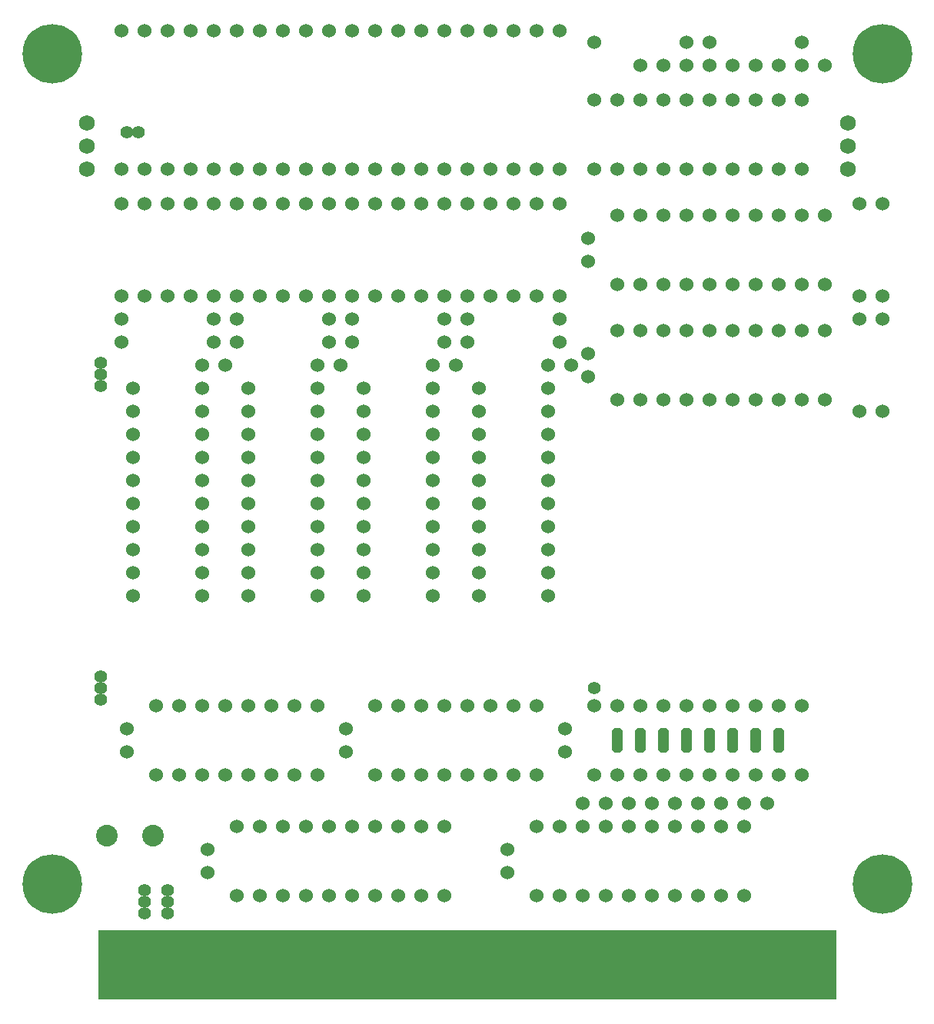
<source format=gbs>
G75*
G70*
%OFA0B0*%
%FSLAX24Y24*%
%IPPOS*%
%LPD*%
%AMOC8*
5,1,8,0,0,1.08239X$1,22.5*
%
%ADD10C,0.0320*%
%ADD11R,3.2000X0.3000*%
%ADD12C,0.0600*%
%ADD13C,0.0680*%
%ADD14C,0.0940*%
%ADD15C,0.2580*%
%ADD16C,0.0555*%
D10*
X026618Y010975D02*
X026743Y010975D01*
X026743Y011725D01*
X026618Y011725D01*
X026618Y010975D01*
X026618Y011063D02*
X026743Y011063D01*
X026743Y011381D02*
X026618Y011381D01*
X026618Y011700D02*
X026743Y011700D01*
X027618Y011700D02*
X027743Y011700D01*
X027743Y011725D02*
X027743Y010975D01*
X027618Y010975D01*
X027618Y011725D01*
X027743Y011725D01*
X027743Y011381D02*
X027618Y011381D01*
X027618Y011063D02*
X027743Y011063D01*
X028618Y011063D02*
X028743Y011063D01*
X028743Y010975D02*
X028618Y010975D01*
X028618Y011725D01*
X028743Y011725D01*
X028743Y010975D01*
X028743Y011381D02*
X028618Y011381D01*
X028618Y011700D02*
X028743Y011700D01*
X029618Y011700D02*
X029743Y011700D01*
X029743Y011725D02*
X029743Y010975D01*
X029618Y010975D01*
X029618Y011725D01*
X029743Y011725D01*
X029743Y011381D02*
X029618Y011381D01*
X029618Y011063D02*
X029743Y011063D01*
X030618Y011063D02*
X030743Y011063D01*
X030743Y010975D02*
X030618Y010975D01*
X030618Y011725D01*
X030743Y011725D01*
X030743Y010975D01*
X030743Y011381D02*
X030618Y011381D01*
X030618Y011700D02*
X030743Y011700D01*
X031618Y011700D02*
X031743Y011700D01*
X031743Y011725D02*
X031743Y010975D01*
X031618Y010975D01*
X031618Y011725D01*
X031743Y011725D01*
X031743Y011381D02*
X031618Y011381D01*
X031618Y011063D02*
X031743Y011063D01*
X032618Y011063D02*
X032743Y011063D01*
X032743Y010975D02*
X032618Y010975D01*
X032618Y011725D01*
X032743Y011725D01*
X032743Y010975D01*
X032743Y011381D02*
X032618Y011381D01*
X032618Y011700D02*
X032743Y011700D01*
X033618Y011700D02*
X033743Y011700D01*
X033743Y011725D02*
X033743Y010975D01*
X033618Y010975D01*
X033618Y011725D01*
X033743Y011725D01*
X033743Y011381D02*
X033618Y011381D01*
X033618Y011063D02*
X033743Y011063D01*
D11*
X020180Y001600D03*
D12*
X019180Y004600D03*
X018180Y004600D03*
X017180Y004600D03*
X016180Y004600D03*
X015180Y004600D03*
X014180Y004600D03*
X013180Y004600D03*
X012180Y004600D03*
X011180Y004600D03*
X010180Y004600D03*
X008930Y005600D03*
X008930Y006600D03*
X010180Y007600D03*
X011180Y007600D03*
X012180Y007600D03*
X013180Y007600D03*
X014180Y007600D03*
X015180Y007600D03*
X016180Y007600D03*
X017180Y007600D03*
X018180Y007600D03*
X019180Y007600D03*
X019180Y009850D03*
X018180Y009850D03*
X017180Y009850D03*
X016180Y009850D03*
X014930Y010850D03*
X014930Y011850D03*
X013680Y012850D03*
X012680Y012850D03*
X011680Y012850D03*
X010680Y012850D03*
X009680Y012850D03*
X008680Y012850D03*
X007680Y012850D03*
X006680Y012850D03*
X005430Y011850D03*
X005430Y010850D03*
X006680Y009850D03*
X007680Y009850D03*
X008680Y009850D03*
X009680Y009850D03*
X010680Y009850D03*
X011680Y009850D03*
X012680Y009850D03*
X013680Y009850D03*
X016180Y012850D03*
X017180Y012850D03*
X018180Y012850D03*
X019180Y012850D03*
X020180Y012850D03*
X021180Y012850D03*
X022180Y012850D03*
X023180Y012850D03*
X024430Y011850D03*
X024430Y010850D03*
X023180Y009850D03*
X022180Y009850D03*
X021180Y009850D03*
X020180Y009850D03*
X021930Y006600D03*
X021930Y005600D03*
X023180Y004600D03*
X024180Y004600D03*
X025180Y004600D03*
X026180Y004600D03*
X027180Y004600D03*
X028180Y004600D03*
X029180Y004600D03*
X030180Y004600D03*
X031180Y004600D03*
X032180Y004600D03*
X032180Y007600D03*
X032180Y008600D03*
X031180Y008600D03*
X031180Y007600D03*
X030180Y007600D03*
X030180Y008600D03*
X029180Y008600D03*
X029180Y007600D03*
X028180Y007600D03*
X028180Y008600D03*
X027180Y008600D03*
X027180Y007600D03*
X026180Y007600D03*
X026180Y008600D03*
X025180Y008600D03*
X025180Y007600D03*
X024180Y007600D03*
X023180Y007600D03*
X025680Y009850D03*
X026680Y009850D03*
X027680Y009850D03*
X028680Y009850D03*
X029680Y009850D03*
X030680Y009850D03*
X031680Y009850D03*
X032680Y009850D03*
X033680Y009850D03*
X034680Y009850D03*
X033180Y008600D03*
X032680Y012850D03*
X031680Y012850D03*
X030680Y012850D03*
X029680Y012850D03*
X028680Y012850D03*
X027680Y012850D03*
X026680Y012850D03*
X025680Y012850D03*
X023680Y017600D03*
X023680Y018600D03*
X023680Y019600D03*
X023680Y020600D03*
X023680Y021600D03*
X023680Y022600D03*
X023680Y023600D03*
X023680Y024600D03*
X023680Y025600D03*
X023680Y026600D03*
X023680Y027600D03*
X024680Y027600D03*
X025430Y027100D03*
X025430Y028100D03*
X026680Y029100D03*
X027680Y029100D03*
X028680Y029100D03*
X029680Y029100D03*
X030680Y029100D03*
X031680Y029100D03*
X032680Y029100D03*
X033680Y029100D03*
X034680Y029100D03*
X035680Y029100D03*
X037180Y029600D03*
X037180Y030600D03*
X038180Y030600D03*
X038180Y029600D03*
X035680Y031100D03*
X034680Y031100D03*
X033680Y031100D03*
X032680Y031100D03*
X031680Y031100D03*
X030680Y031100D03*
X029680Y031100D03*
X028680Y031100D03*
X027680Y031100D03*
X026680Y031100D03*
X025430Y032100D03*
X025430Y033100D03*
X026680Y034100D03*
X027680Y034100D03*
X028680Y034100D03*
X029680Y034100D03*
X030680Y034100D03*
X031680Y034100D03*
X032680Y034100D03*
X033680Y034100D03*
X034680Y034100D03*
X035680Y034100D03*
X037180Y034600D03*
X038180Y034600D03*
X034680Y036100D03*
X033680Y036100D03*
X032680Y036100D03*
X031680Y036100D03*
X030680Y036100D03*
X029680Y036100D03*
X028680Y036100D03*
X027680Y036100D03*
X026680Y036100D03*
X025680Y036100D03*
X024180Y036100D03*
X023180Y036100D03*
X022180Y036100D03*
X021180Y036100D03*
X020180Y036100D03*
X019180Y036100D03*
X018180Y036100D03*
X017180Y036100D03*
X016180Y036100D03*
X015180Y036100D03*
X014180Y036100D03*
X013180Y036100D03*
X012180Y036100D03*
X011180Y036100D03*
X010180Y036100D03*
X009180Y036100D03*
X008180Y036100D03*
X007180Y036100D03*
X006180Y036100D03*
X005180Y036100D03*
X005180Y034600D03*
X006180Y034600D03*
X007180Y034600D03*
X008180Y034600D03*
X009180Y034600D03*
X010180Y034600D03*
X011180Y034600D03*
X012180Y034600D03*
X013180Y034600D03*
X014180Y034600D03*
X015180Y034600D03*
X016180Y034600D03*
X017180Y034600D03*
X018180Y034600D03*
X019180Y034600D03*
X020180Y034600D03*
X021180Y034600D03*
X022180Y034600D03*
X023180Y034600D03*
X024180Y034600D03*
X024180Y030600D03*
X024180Y029600D03*
X024180Y028600D03*
X023180Y030600D03*
X022180Y030600D03*
X021180Y030600D03*
X020180Y030600D03*
X020180Y029600D03*
X020180Y028600D03*
X019180Y028600D03*
X019180Y029600D03*
X019180Y030600D03*
X018180Y030600D03*
X017180Y030600D03*
X016180Y030600D03*
X015180Y030600D03*
X015180Y029600D03*
X015180Y028600D03*
X014180Y028600D03*
X014180Y029600D03*
X014180Y030600D03*
X013180Y030600D03*
X012180Y030600D03*
X011180Y030600D03*
X010180Y030600D03*
X010180Y029600D03*
X010180Y028600D03*
X009180Y028600D03*
X009180Y029600D03*
X009180Y030600D03*
X008180Y030600D03*
X007180Y030600D03*
X006180Y030600D03*
X005180Y030600D03*
X005180Y029600D03*
X005180Y028600D03*
X005680Y026600D03*
X005680Y025600D03*
X005680Y024600D03*
X005680Y023600D03*
X005680Y022600D03*
X005680Y021600D03*
X005680Y020600D03*
X005680Y019600D03*
X005680Y018600D03*
X005680Y017600D03*
X008680Y017600D03*
X008680Y018600D03*
X008680Y019600D03*
X008680Y020600D03*
X008680Y021600D03*
X008680Y022600D03*
X008680Y023600D03*
X008680Y024600D03*
X008680Y025600D03*
X008680Y026600D03*
X008680Y027600D03*
X009680Y027600D03*
X010680Y026600D03*
X010680Y025600D03*
X010680Y024600D03*
X010680Y023600D03*
X010680Y022600D03*
X010680Y021600D03*
X010680Y020600D03*
X010680Y019600D03*
X010680Y018600D03*
X010680Y017600D03*
X013680Y017600D03*
X013680Y018600D03*
X013680Y019600D03*
X013680Y020600D03*
X013680Y021600D03*
X013680Y022600D03*
X013680Y023600D03*
X013680Y024600D03*
X013680Y025600D03*
X013680Y026600D03*
X013680Y027600D03*
X014680Y027600D03*
X015680Y026600D03*
X015680Y025600D03*
X015680Y024600D03*
X015680Y023600D03*
X015680Y022600D03*
X015680Y021600D03*
X015680Y020600D03*
X015680Y019600D03*
X015680Y018600D03*
X015680Y017600D03*
X018680Y017600D03*
X018680Y018600D03*
X018680Y019600D03*
X018680Y020600D03*
X018680Y021600D03*
X018680Y022600D03*
X018680Y023600D03*
X018680Y024600D03*
X018680Y025600D03*
X018680Y026600D03*
X018680Y027600D03*
X019680Y027600D03*
X020680Y026600D03*
X020680Y025600D03*
X020680Y024600D03*
X020680Y023600D03*
X020680Y022600D03*
X020680Y021600D03*
X020680Y020600D03*
X020680Y019600D03*
X020680Y018600D03*
X020680Y017600D03*
X026680Y026100D03*
X027680Y026100D03*
X028680Y026100D03*
X029680Y026100D03*
X030680Y026100D03*
X031680Y026100D03*
X032680Y026100D03*
X033680Y026100D03*
X034680Y026100D03*
X035680Y026100D03*
X037180Y025600D03*
X038180Y025600D03*
X034680Y012850D03*
X033680Y012850D03*
X033680Y039100D03*
X034680Y039100D03*
X034680Y040600D03*
X033680Y040600D03*
X032680Y040600D03*
X031680Y040600D03*
X030680Y040600D03*
X030680Y041600D03*
X029680Y041600D03*
X029680Y040600D03*
X028680Y040600D03*
X027680Y040600D03*
X027680Y039100D03*
X026680Y039100D03*
X025680Y039100D03*
X025680Y041600D03*
X024180Y042100D03*
X023180Y042100D03*
X022180Y042100D03*
X021180Y042100D03*
X020180Y042100D03*
X019180Y042100D03*
X018180Y042100D03*
X017180Y042100D03*
X016180Y042100D03*
X015180Y042100D03*
X014180Y042100D03*
X013180Y042100D03*
X012180Y042100D03*
X011180Y042100D03*
X010180Y042100D03*
X009180Y042100D03*
X008180Y042100D03*
X007180Y042100D03*
X006180Y042100D03*
X005180Y042100D03*
X028680Y039100D03*
X029680Y039100D03*
X030680Y039100D03*
X031680Y039100D03*
X032680Y039100D03*
X034680Y041600D03*
X035680Y040600D03*
D13*
X036680Y038100D03*
X036680Y037100D03*
X036680Y036100D03*
X003680Y036100D03*
X003680Y037100D03*
X003680Y038100D03*
D14*
X004555Y007225D03*
X006555Y007225D03*
D15*
X002180Y005100D03*
X002180Y041100D03*
X038180Y041100D03*
X038180Y005100D03*
D16*
X025680Y013600D03*
X007180Y004850D03*
X007180Y004350D03*
X007180Y003850D03*
X006180Y003850D03*
X006180Y004350D03*
X006180Y004850D03*
X004305Y013100D03*
X004305Y013600D03*
X004305Y014100D03*
X004305Y026725D03*
X004305Y027225D03*
X004305Y027725D03*
X005430Y037725D03*
X005930Y037725D03*
M02*

</source>
